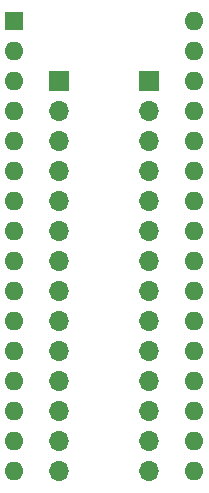
<source format=gts>
G04 #@! TF.GenerationSoftware,KiCad,Pcbnew,(5.1.9)-1*
G04 #@! TF.CreationDate,2021-11-21T23:00:06-05:00*
G04 #@! TF.ProjectId,sst39-32,73737433-392d-4333-922e-6b696361645f,rev?*
G04 #@! TF.SameCoordinates,Original*
G04 #@! TF.FileFunction,Soldermask,Top*
G04 #@! TF.FilePolarity,Negative*
%FSLAX46Y46*%
G04 Gerber Fmt 4.6, Leading zero omitted, Abs format (unit mm)*
G04 Created by KiCad (PCBNEW (5.1.9)-1) date 2021-11-21 23:00:06*
%MOMM*%
%LPD*%
G01*
G04 APERTURE LIST*
%ADD10O,1.600000X1.600000*%
%ADD11R,1.600000X1.600000*%
%ADD12O,1.700000X1.700000*%
%ADD13R,1.700000X1.700000*%
G04 APERTURE END LIST*
D10*
X93290000Y-62900000D03*
X78050000Y-101000000D03*
X93290000Y-65440000D03*
X78050000Y-98460000D03*
X93290000Y-67980000D03*
X78050000Y-95920000D03*
X93290000Y-70520000D03*
X78050000Y-93380000D03*
X93290000Y-73060000D03*
X78050000Y-90840000D03*
X93290000Y-75600000D03*
X78050000Y-88300000D03*
X93290000Y-78140000D03*
X78050000Y-85760000D03*
X93290000Y-80680000D03*
X78050000Y-83220000D03*
X93290000Y-83220000D03*
X78050000Y-80680000D03*
X93290000Y-85760000D03*
X78050000Y-78140000D03*
X93290000Y-88300000D03*
X78050000Y-75600000D03*
X93290000Y-90840000D03*
X78050000Y-73060000D03*
X93290000Y-93380000D03*
X78050000Y-70520000D03*
X93290000Y-95920000D03*
X78050000Y-67980000D03*
X93290000Y-98460000D03*
X78050000Y-65440000D03*
X93290000Y-101000000D03*
D11*
X78050000Y-62900000D03*
D12*
X89460000Y-101020000D03*
X89460000Y-98480000D03*
X89460000Y-95940000D03*
X89460000Y-93400000D03*
X89460000Y-90860000D03*
X89460000Y-88320000D03*
X89460000Y-85780000D03*
X89460000Y-83240000D03*
X89460000Y-80700000D03*
X89460000Y-78160000D03*
X89460000Y-75620000D03*
X89460000Y-73080000D03*
X89460000Y-70540000D03*
D13*
X89460000Y-68000000D03*
D12*
X81850000Y-101020000D03*
X81850000Y-98480000D03*
X81850000Y-95940000D03*
X81850000Y-93400000D03*
X81850000Y-90860000D03*
X81850000Y-88320000D03*
X81850000Y-85780000D03*
X81850000Y-83240000D03*
X81850000Y-80700000D03*
X81850000Y-78160000D03*
X81850000Y-75620000D03*
X81850000Y-73080000D03*
X81850000Y-70540000D03*
D13*
X81850000Y-68000000D03*
M02*

</source>
